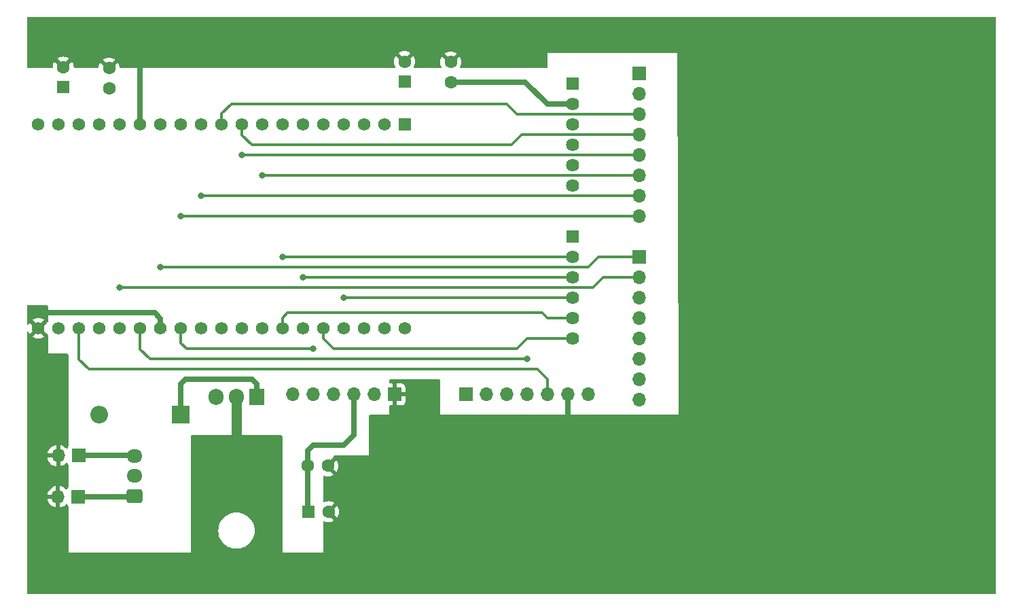
<source format=gbr>
%TF.GenerationSoftware,KiCad,Pcbnew,(6.0.5)*%
%TF.CreationDate,2022-11-30T16:24:04+01:00*%
%TF.ProjectId,Parametic VFO,50617261-6d65-4746-9963-2056464f2e6b,rev?*%
%TF.SameCoordinates,Original*%
%TF.FileFunction,Copper,L1,Top*%
%TF.FilePolarity,Positive*%
%FSLAX46Y46*%
G04 Gerber Fmt 4.6, Leading zero omitted, Abs format (unit mm)*
G04 Created by KiCad (PCBNEW (6.0.5)) date 2022-11-30 16:24:04*
%MOMM*%
%LPD*%
G01*
G04 APERTURE LIST*
G04 Aperture macros list*
%AMRoundRect*
0 Rectangle with rounded corners*
0 $1 Rounding radius*
0 $2 $3 $4 $5 $6 $7 $8 $9 X,Y pos of 4 corners*
0 Add a 4 corners polygon primitive as box body*
4,1,4,$2,$3,$4,$5,$6,$7,$8,$9,$2,$3,0*
0 Add four circle primitives for the rounded corners*
1,1,$1+$1,$2,$3*
1,1,$1+$1,$4,$5*
1,1,$1+$1,$6,$7*
1,1,$1+$1,$8,$9*
0 Add four rect primitives between the rounded corners*
20,1,$1+$1,$2,$3,$4,$5,0*
20,1,$1+$1,$4,$5,$6,$7,0*
20,1,$1+$1,$6,$7,$8,$9,0*
20,1,$1+$1,$8,$9,$2,$3,0*%
G04 Aperture macros list end*
%TA.AperFunction,ComponentPad*%
%ADD10RoundRect,0.250000X0.725000X-0.600000X0.725000X0.600000X-0.725000X0.600000X-0.725000X-0.600000X0*%
%TD*%
%TA.AperFunction,ComponentPad*%
%ADD11O,1.950000X1.700000*%
%TD*%
%TA.AperFunction,ComponentPad*%
%ADD12R,1.700000X1.700000*%
%TD*%
%TA.AperFunction,ComponentPad*%
%ADD13O,1.700000X1.700000*%
%TD*%
%TA.AperFunction,ComponentPad*%
%ADD14R,1.600000X1.600000*%
%TD*%
%TA.AperFunction,ComponentPad*%
%ADD15C,1.600000*%
%TD*%
%TA.AperFunction,ComponentPad*%
%ADD16R,1.625600X1.625600*%
%TD*%
%TA.AperFunction,ComponentPad*%
%ADD17C,1.625600*%
%TD*%
%TA.AperFunction,ComponentPad*%
%ADD18R,1.560000X1.560000*%
%TD*%
%TA.AperFunction,ComponentPad*%
%ADD19C,1.560000*%
%TD*%
%TA.AperFunction,ComponentPad*%
%ADD20R,1.905000X2.000000*%
%TD*%
%TA.AperFunction,ComponentPad*%
%ADD21O,1.905000X2.000000*%
%TD*%
%TA.AperFunction,ComponentPad*%
%ADD22R,2.200000X2.200000*%
%TD*%
%TA.AperFunction,ComponentPad*%
%ADD23O,2.200000X2.200000*%
%TD*%
%TA.AperFunction,ViaPad*%
%ADD24C,0.800000*%
%TD*%
%TA.AperFunction,Conductor*%
%ADD25C,0.304800*%
%TD*%
%TA.AperFunction,Conductor*%
%ADD26C,0.635000*%
%TD*%
%TA.AperFunction,Conductor*%
%ADD27C,1.270000*%
%TD*%
G04 APERTURE END LIST*
D10*
%TO.P,SW1,1,A*%
%TO.N,Net-(J5-Pad1)*%
X96520000Y-104734995D03*
D11*
%TO.P,SW1,2,B*%
%TO.N,Net-(D1-Pad2)*%
X96520000Y-102234995D03*
%TO.P,SW1,3,C*%
%TO.N,Net-(J6-Pad1)*%
X96520000Y-99734995D03*
%TD*%
D12*
%TO.P,J5,1,Pin_1*%
%TO.N,Net-(J5-Pad1)*%
X89515010Y-104799994D03*
D13*
%TO.P,J5,2,Pin_2*%
%TO.N,GND*%
X86975010Y-104799994D03*
%TD*%
D14*
%TO.P,C5,1*%
%TO.N,Net-(C1-Pad1)*%
X87630000Y-53811180D03*
D15*
%TO.P,C5,2*%
%TO.N,GND*%
X87630000Y-51311180D03*
%TD*%
D16*
%TO.P,J3,1,F_CS*%
%TO.N,unconnected-(J3-Pad1)*%
X151130000Y-72390000D03*
D17*
%TO.P,J3,2,LCD_RST*%
%TO.N,Net-(J3-Pad2)*%
X151130000Y-74930000D03*
%TO.P,J3,3,LCD_CS*%
%TO.N,Net-(J3-Pad3)*%
X151130000Y-77470000D03*
%TO.P,J3,4,LCD_RS*%
%TO.N,Net-(J3-Pad4)*%
X151130000Y-80010000D03*
%TO.P,J3,5,LCD_WR*%
%TO.N,Net-(J3-Pad5)*%
X151130000Y-82550000D03*
%TO.P,J3,6,LCD_RD*%
%TO.N,Net-(J3-Pad6)*%
X151130000Y-85090000D03*
%TD*%
D15*
%TO.P,C4,1*%
%TO.N,Net-(J4a1-Pad2)*%
X135940800Y-53167600D03*
%TO.P,C4,2*%
%TO.N,GND*%
X135940800Y-50667600D03*
%TD*%
D14*
%TO.P,C3,1*%
%TO.N,Net-(J4a1-Pad2)*%
X130175000Y-53099980D03*
D15*
%TO.P,C3,2*%
%TO.N,GND*%
X130175000Y-50599980D03*
%TD*%
D12*
%TO.P,J6,1,Pin_1*%
%TO.N,Net-(J6-Pad1)*%
X89535000Y-99695000D03*
D13*
%TO.P,J6,2,Pin_2*%
%TO.N,GND*%
X86995000Y-99695000D03*
%TD*%
D18*
%TO.P,U1,1,V_3v3*%
%TO.N,Net-(J4a1-Pad2)*%
X130250000Y-58420000D03*
D19*
%TO.P,U1,2,EN*%
%TO.N,unconnected-(U1-Pad2)*%
X127710000Y-58420000D03*
%TO.P,U1,3,SVP*%
%TO.N,unconnected-(U1-Pad3)*%
X125170000Y-58420000D03*
%TO.P,U1,4,SVN*%
%TO.N,unconnected-(U1-Pad4)*%
X122630000Y-58420000D03*
%TO.P,U1,5,IO34*%
%TO.N,unconnected-(U1-Pad5)*%
X120090000Y-58420000D03*
%TO.P,U1,6,IO35*%
%TO.N,Net-(J3-Pad3)*%
X117550000Y-58420000D03*
%TO.P,U1,7,IO32*%
%TO.N,Net-(J3-Pad2)*%
X115010000Y-58420000D03*
%TO.P,U1,8,IO33*%
%TO.N,unconnected-(U1-Pad8)*%
X112470000Y-58420000D03*
%TO.P,U1,9,IO25*%
%TO.N,Net-(J2-Pad4)*%
X109930000Y-58420000D03*
%TO.P,U1,10,IO26*%
%TO.N,Net-(J2-Pad3)*%
X107390000Y-58420000D03*
%TO.P,U1,11,IO27*%
%TO.N,Net-(J2-Pad7)*%
X104850000Y-58420000D03*
%TO.P,U1,12,IO14*%
%TO.N,Net-(J2-Pad8)*%
X102310000Y-58420000D03*
%TO.P,U1,13,IO12*%
%TO.N,Net-(J1a1-Pad1)*%
X99770000Y-58420000D03*
%TO.P,U1,14,GND*%
%TO.N,GND*%
X97230000Y-58420000D03*
%TO.P,U1,15,IO13*%
%TO.N,Net-(J1a1-Pad2)*%
X94690000Y-58420000D03*
%TO.P,U1,16,SD2*%
%TO.N,unconnected-(U1-Pad16)*%
X92150000Y-58420000D03*
%TO.P,U1,17,SD3*%
%TO.N,unconnected-(U1-Pad17)*%
X89610000Y-58420000D03*
%TO.P,U1,18,CMD*%
%TO.N,unconnected-(U1-Pad18)*%
X87070000Y-58420000D03*
%TO.P,U1,19,Vin_5V*%
%TO.N,Net-(C1-Pad1)*%
X84530000Y-58420000D03*
%TO.P,U1,20,FLASH_SCK*%
%TO.N,unconnected-(U1-Pad20)*%
X130250000Y-83820000D03*
%TO.P,U1,21,FLASH_D0*%
%TO.N,unconnected-(U1-Pad21)*%
X127710000Y-83820000D03*
%TO.P,U1,22,FLASH_D1*%
%TO.N,unconnected-(U1-Pad22)*%
X125170000Y-83820000D03*
%TO.P,U1,23,(adc2_3)IO15*%
%TO.N,Net-(J3-Pad4)*%
X122630000Y-83820000D03*
%TO.P,U1,24,(adc2_2)IO2*%
%TO.N,Net-(J3-Pad6)*%
X120090000Y-83820000D03*
%TO.P,U1,25,(adc2_1)IO0*%
%TO.N,unconnected-(U1-Pad25)*%
X117550000Y-83820000D03*
%TO.P,U1,26,(adc2_0)IO4*%
%TO.N,Net-(J3-Pad5)*%
X115010000Y-83820000D03*
%TO.P,U1,27,(rxd)IO16*%
%TO.N,Net-(J2-Pad6)*%
X112470000Y-83820000D03*
%TO.P,U1,28,(txd)IO17*%
%TO.N,Net-(J2-Pad5)*%
X109930000Y-83820000D03*
%TO.P,U1,29,(ss)IO5*%
%TO.N,unconnected-(U1-Pad29)*%
X107390000Y-83820000D03*
%TO.P,U1,30,(sck)IO18*%
%TO.N,Net-(J7-Pad6)*%
X104850000Y-83820000D03*
%TO.P,U1,31,(miso)IO19*%
%TO.N,Net-(J7-Pad5)*%
X102310000Y-83820000D03*
%TO.P,U1,32,GND*%
%TO.N,GND*%
X99770000Y-83820000D03*
%TO.P,U1,33,(sda)IO21*%
%TO.N,Net-(J8-Pad4)*%
X97230000Y-83820000D03*
%TO.P,U1,34,RX_D0*%
%TO.N,unconnected-(U1-Pad34)*%
X94690000Y-83820000D03*
%TO.P,U1,35,TX_D0*%
%TO.N,unconnected-(U1-Pad35)*%
X92150000Y-83820000D03*
%TO.P,U1,36,(scl)IO22*%
%TO.N,Net-(J8-Pad5)*%
X89610000Y-83820000D03*
%TO.P,U1,37,(mosi)IO23*%
%TO.N,unconnected-(U1-Pad37)*%
X87070000Y-83820000D03*
%TO.P,U1,38,GND*%
%TO.N,GND*%
X84530000Y-83820000D03*
%TD*%
D12*
%TO.P,J1a1,1,Pin_1*%
%TO.N,Net-(J1a1-Pad1)*%
X159385000Y-74945011D03*
D13*
%TO.P,J1a1,2,Pin_2*%
%TO.N,Net-(J1a1-Pad2)*%
X159385000Y-77485011D03*
%TO.P,J1a1,3,Pin_3*%
%TO.N,unconnected-(J1a1-Pad3)*%
X159385000Y-80025011D03*
%TO.P,J1a1,4,Pin_4*%
%TO.N,unconnected-(J1a1-Pad4)*%
X159385000Y-82565011D03*
%TO.P,J1a1,5,Pin_5*%
%TO.N,unconnected-(J1a1-Pad5)*%
X159385000Y-85105011D03*
%TO.P,J1a1,6,Pin_6*%
%TO.N,unconnected-(J1a1-Pad6)*%
X159385000Y-87645011D03*
%TO.P,J1a1,7,Pin_7*%
%TO.N,unconnected-(J1a1-Pad7)*%
X159385000Y-90185011D03*
%TO.P,J1a1,8,Pin_8*%
%TO.N,unconnected-(J1a1-Pad8)*%
X159385000Y-92725011D03*
%TD*%
D20*
%TO.P,U2,1,IN*%
%TO.N,Net-(D1-Pad1)*%
X111760000Y-92369996D03*
D21*
%TO.P,U2,2,GND*%
%TO.N,GND*%
X109220000Y-92369996D03*
%TO.P,U2,3,OUT*%
%TO.N,Net-(C1-Pad1)*%
X106680000Y-92369996D03*
%TD*%
D15*
%TO.P,C2,1*%
%TO.N,Net-(C1-Pad1)*%
X118110000Y-100965000D03*
%TO.P,C2,2*%
%TO.N,GND*%
X120610000Y-100965000D03*
%TD*%
D12*
%TO.P,J2,1,nc*%
%TO.N,unconnected-(J2-Pad1)*%
X159385000Y-52085000D03*
D13*
%TO.P,J2,2,nc*%
%TO.N,unconnected-(J2-Pad2)*%
X159385000Y-54625000D03*
%TO.P,J2,3,LCD_D2*%
%TO.N,Net-(J2-Pad3)*%
X159385000Y-57165000D03*
%TO.P,J2,4,LCD_D3*%
%TO.N,Net-(J2-Pad4)*%
X159385000Y-59705000D03*
%TO.P,J2,5,LCD_D4*%
%TO.N,Net-(J2-Pad5)*%
X159385000Y-62245000D03*
%TO.P,J2,6,LCD_D5*%
%TO.N,Net-(J2-Pad6)*%
X159385000Y-64785000D03*
%TO.P,J2,7,LCD_D6*%
%TO.N,Net-(J2-Pad7)*%
X159385000Y-67325000D03*
%TO.P,J2,8,LCD_D7*%
%TO.N,Net-(J2-Pad8)*%
X159385000Y-69865000D03*
%TD*%
D12*
%TO.P,J7,1,Pin_1*%
%TO.N,GND*%
X128905000Y-92075000D03*
D13*
%TO.P,J7,2,Pin_2*%
%TO.N,unconnected-(J7-Pad2)*%
X126365000Y-92075000D03*
%TO.P,J7,3,Pin_3*%
%TO.N,Net-(C1-Pad1)*%
X123825000Y-92075000D03*
%TO.P,J7,4,Pin_4*%
%TO.N,unconnected-(J7-Pad4)*%
X121285000Y-92075000D03*
%TO.P,J7,5,Pin_5*%
%TO.N,Net-(J7-Pad5)*%
X118745000Y-92075000D03*
%TO.P,J7,6,Pin_6*%
%TO.N,Net-(J7-Pad6)*%
X116205000Y-92075000D03*
%TD*%
D15*
%TO.P,C6,1*%
%TO.N,Net-(C1-Pad1)*%
X93345000Y-53924200D03*
%TO.P,C6,2*%
%TO.N,GND*%
X93345000Y-51424200D03*
%TD*%
D12*
%TO.P,J8,1,Pin_1*%
%TO.N,unconnected-(J8-Pad1)*%
X137815000Y-92050000D03*
D13*
%TO.P,J8,2,Pin_2*%
%TO.N,unconnected-(J8-Pad2)*%
X140355000Y-92050000D03*
%TO.P,J8,3,Pin_3*%
%TO.N,unconnected-(J8-Pad3)*%
X142895000Y-92050000D03*
%TO.P,J8,4,Pin_4*%
%TO.N,Net-(J8-Pad4)*%
X145435000Y-92050000D03*
%TO.P,J8,5,Pin_5*%
%TO.N,Net-(J8-Pad5)*%
X147975000Y-92050000D03*
%TO.P,J8,6,Pin_6*%
%TO.N,GND*%
X150515000Y-92050000D03*
%TO.P,J8,7,Pin_7*%
%TO.N,Net-(J4a1-Pad2)*%
X153055000Y-92050000D03*
%TD*%
D22*
%TO.P,D1,1,K*%
%TO.N,Net-(D1-Pad1)*%
X102235000Y-94615000D03*
D23*
%TO.P,D1,2,A*%
%TO.N,Net-(D1-Pad2)*%
X92075000Y-94615000D03*
%TD*%
D16*
%TO.P,J4a1,1,Pin_1*%
%TO.N,unconnected-(J4a1-Pad1)*%
X151130000Y-53340000D03*
D17*
%TO.P,J4a1,2,Pin_2*%
%TO.N,Net-(J4a1-Pad2)*%
X151130000Y-55880000D03*
%TO.P,J4a1,3,Pin_3*%
%TO.N,Net-(C1-Pad1)*%
X151130000Y-58420000D03*
%TO.P,J4a1,4,Pin_4*%
%TO.N,GND*%
X151130000Y-60960000D03*
%TO.P,J4a1,5,Pin_5*%
X151130000Y-63500000D03*
%TO.P,J4a1,6,Pin_6*%
%TO.N,unconnected-(J4a1-Pad6)*%
X151130000Y-66040000D03*
%TD*%
D14*
%TO.P,C1,1*%
%TO.N,Net-(C1-Pad1)*%
X118197621Y-106680000D03*
D15*
%TO.P,C1,2*%
%TO.N,GND*%
X120697621Y-106680000D03*
%TD*%
D24*
%TO.N,Net-(J2-Pad5)*%
X109855000Y-62230000D03*
%TO.N,Net-(J2-Pad6)*%
X112395489Y-64770489D03*
%TO.N,Net-(J1a1-Pad1)*%
X99695000Y-76200000D03*
%TO.N,Net-(J3-Pad2)*%
X114935000Y-74930000D03*
%TO.N,Net-(J3-Pad3)*%
X117475000Y-77470000D03*
%TO.N,Net-(J3-Pad4)*%
X122555000Y-80010000D03*
%TO.N,Net-(J1a1-Pad2)*%
X94615000Y-78740000D03*
%TO.N,Net-(J2-Pad7)*%
X104775000Y-67310000D03*
%TO.N,Net-(J2-Pad8)*%
X102235000Y-69850000D03*
%TO.N,Net-(J7-Pad5)*%
X118745000Y-86360000D03*
%TO.N,Net-(J8-Pad4)*%
X145415000Y-87630000D03*
%TD*%
D25*
%TO.N,Net-(J7-Pad5)*%
X103020000Y-86360000D02*
X118745000Y-86360000D01*
X102310000Y-85650000D02*
X103020000Y-86360000D01*
X102310000Y-83820000D02*
X102310000Y-85650000D01*
%TO.N,Net-(J8-Pad4)*%
X98425000Y-87630000D02*
X145415000Y-87630000D01*
X97230000Y-86435000D02*
X98425000Y-87630000D01*
X97230000Y-83820000D02*
X97230000Y-86435000D01*
%TO.N,Net-(J8-Pad5)*%
X90805000Y-88900000D02*
X146685000Y-88900000D01*
X89610000Y-87705000D02*
X90805000Y-88900000D01*
X146685000Y-88900000D02*
X147975000Y-90190000D01*
X89610000Y-83820000D02*
X89610000Y-87705000D01*
X147975000Y-90190000D02*
X147975000Y-92050000D01*
D26*
%TO.N,Net-(C1-Pad1)*%
X123825000Y-97155000D02*
X123825000Y-92075000D01*
X118110000Y-99060000D02*
X118745000Y-98425000D01*
X118110000Y-100965000D02*
X118110000Y-99060000D01*
X118110000Y-100965000D02*
X118110000Y-106592379D01*
X122555000Y-98425000D02*
X123825000Y-97155000D01*
X118745000Y-98425000D02*
X122555000Y-98425000D01*
%TO.N,GND*%
X135890000Y-46355000D02*
X135940800Y-46405800D01*
X150515000Y-92050000D02*
X150515000Y-97135000D01*
X99060000Y-81915000D02*
X84455000Y-81915000D01*
X99770000Y-82625000D02*
X99060000Y-81915000D01*
X150495000Y-97155000D02*
X150515000Y-97135000D01*
X97230000Y-58420000D02*
X97230000Y-50165000D01*
D27*
X109220000Y-92370000D02*
X109220000Y-99060000D01*
D26*
X99770000Y-83820000D02*
X99770000Y-82625000D01*
%TO.N,Net-(D1-Pad1)*%
X111125000Y-90170000D02*
X111760000Y-90805000D01*
X102235000Y-94615000D02*
X102235000Y-90805000D01*
X102870000Y-90170000D02*
X111125000Y-90170000D01*
X102235000Y-90805000D02*
X102870000Y-90170000D01*
X111760000Y-90805000D02*
X111760000Y-92369996D01*
%TO.N,Net-(J4a1-Pad2)*%
X135940800Y-53167600D02*
X145242600Y-53167600D01*
X145242600Y-53167600D02*
X147955000Y-55880000D01*
X147955000Y-55880000D02*
X151130000Y-55880000D01*
D25*
%TO.N,Net-(J2-Pad3)*%
X159385000Y-57165000D02*
X159369511Y-57149511D01*
X145415489Y-57149511D02*
X145415000Y-57150000D01*
X159369511Y-57149511D02*
X145415489Y-57149511D01*
X142875000Y-55880000D02*
X108585000Y-55880000D01*
X145415000Y-57150000D02*
X144145000Y-57150000D01*
X144145000Y-57150000D02*
X142875000Y-55880000D01*
X107390000Y-57075000D02*
X107390000Y-58420000D01*
X108585000Y-55880000D02*
X107390000Y-57075000D01*
%TO.N,Net-(J2-Pad4)*%
X159385000Y-59705000D02*
X159370489Y-59690489D01*
X109930000Y-59765000D02*
X109930000Y-58420000D01*
X159370489Y-59690489D02*
X145415489Y-59690489D01*
X144780000Y-59690000D02*
X143510000Y-60960000D01*
X143510000Y-60960000D02*
X111125000Y-60960000D01*
X145415000Y-59690000D02*
X144780000Y-59690000D01*
X111125000Y-60960000D02*
X109930000Y-59765000D01*
X145415489Y-59690489D02*
X145415000Y-59690000D01*
%TO.N,Net-(J2-Pad5)*%
X159385000Y-62245000D02*
X159370489Y-62230489D01*
X109855489Y-62230489D02*
X109855000Y-62230000D01*
X159370489Y-62230489D02*
X109855489Y-62230489D01*
%TO.N,Net-(J2-Pad6)*%
X159385000Y-64785000D02*
X159370489Y-64770489D01*
X159370489Y-64770489D02*
X112395489Y-64770489D01*
X112395000Y-64770000D02*
X112395489Y-64770489D01*
%TO.N,Net-(J1a1-Pad1)*%
X154955011Y-74945011D02*
X154940000Y-74930000D01*
X153035000Y-76200000D02*
X99695000Y-76200000D01*
X154305000Y-74930000D02*
X153035000Y-76200000D01*
X159385000Y-74945011D02*
X154955011Y-74945011D01*
X154940000Y-74930000D02*
X154305000Y-74930000D01*
%TO.N,Net-(J3-Pad2)*%
X151130000Y-74930000D02*
X114935000Y-74930000D01*
%TO.N,Net-(J3-Pad3)*%
X151130000Y-77470000D02*
X117475000Y-77470000D01*
%TO.N,Net-(J3-Pad4)*%
X151130000Y-80010000D02*
X122555000Y-80010000D01*
%TO.N,Net-(J3-Pad5)*%
X114935000Y-82550000D02*
X115570000Y-81915000D01*
X147955000Y-82550000D02*
X151130000Y-82550000D01*
X147320000Y-81915000D02*
X147955000Y-82550000D01*
X115570000Y-81915000D02*
X147320000Y-81915000D01*
X114935000Y-83745000D02*
X114935000Y-82550000D01*
X115010000Y-83820000D02*
X114935000Y-83745000D01*
%TO.N,Net-(J3-Pad6)*%
X120015000Y-85090000D02*
X121285000Y-86360000D01*
X145415000Y-85090000D02*
X151130000Y-85090000D01*
X144145000Y-86360000D02*
X145415000Y-85090000D01*
X120090000Y-83820000D02*
X120090000Y-85015000D01*
X120090000Y-85015000D02*
X120015000Y-85090000D01*
X121285000Y-86360000D02*
X144145000Y-86360000D01*
%TO.N,Net-(J1a1-Pad2)*%
X155575000Y-77470000D02*
X154940000Y-77470000D01*
X154940000Y-77470000D02*
X153670000Y-78740000D01*
X153670000Y-78740000D02*
X94615000Y-78740000D01*
X159385000Y-77485011D02*
X155590011Y-77485011D01*
X155590011Y-77485011D02*
X155575000Y-77470000D01*
%TO.N,Net-(J2-Pad7)*%
X159385000Y-67325000D02*
X104790000Y-67325000D01*
X104790000Y-67325000D02*
X104775000Y-67310000D01*
%TO.N,Net-(J2-Pad8)*%
X159385000Y-69865000D02*
X102250000Y-69865000D01*
X102250000Y-69865000D02*
X102235000Y-69850000D01*
D26*
%TO.N,Net-(J5-Pad1)*%
X89515010Y-104799994D02*
X96455001Y-104799994D01*
%TO.N,Net-(J6-Pad1)*%
X89535000Y-99695000D02*
X96479995Y-99695000D01*
%TD*%
%TA.AperFunction,Conductor*%
%TO.N,GND*%
G36*
X114877121Y-97175002D02*
G01*
X114923614Y-97228658D01*
X114935000Y-97281000D01*
X114935000Y-111760000D01*
X103505000Y-111760000D01*
X103505000Y-109029996D01*
X106956654Y-109029996D01*
X106976017Y-109325422D01*
X107033776Y-109615793D01*
X107128941Y-109896141D01*
X107259885Y-110161669D01*
X107424367Y-110407834D01*
X107427081Y-110410928D01*
X107427085Y-110410934D01*
X107616864Y-110627334D01*
X107619573Y-110630423D01*
X107622662Y-110633132D01*
X107839062Y-110822911D01*
X107839068Y-110822915D01*
X107842162Y-110825629D01*
X107845588Y-110827918D01*
X107845593Y-110827922D01*
X108029405Y-110950740D01*
X108088327Y-110990111D01*
X108092026Y-110991935D01*
X108092031Y-110991938D01*
X108228313Y-111059144D01*
X108353855Y-111121055D01*
X108357760Y-111122380D01*
X108357761Y-111122381D01*
X108630290Y-111214892D01*
X108630294Y-111214893D01*
X108634203Y-111216220D01*
X108638247Y-111217024D01*
X108638253Y-111217026D01*
X108920535Y-111273176D01*
X108920541Y-111273177D01*
X108924574Y-111273979D01*
X108928679Y-111274248D01*
X108928686Y-111274249D01*
X109215881Y-111293072D01*
X109220000Y-111293342D01*
X109224119Y-111293072D01*
X109511314Y-111274249D01*
X109511321Y-111274248D01*
X109515426Y-111273979D01*
X109519459Y-111273177D01*
X109519465Y-111273176D01*
X109801747Y-111217026D01*
X109801753Y-111217024D01*
X109805797Y-111216220D01*
X109809706Y-111214893D01*
X109809710Y-111214892D01*
X110082239Y-111122381D01*
X110082240Y-111122380D01*
X110086145Y-111121055D01*
X110211687Y-111059144D01*
X110347969Y-110991938D01*
X110347974Y-110991935D01*
X110351673Y-110990111D01*
X110410595Y-110950740D01*
X110594407Y-110827922D01*
X110594412Y-110827918D01*
X110597838Y-110825629D01*
X110600932Y-110822915D01*
X110600938Y-110822911D01*
X110817338Y-110633132D01*
X110820427Y-110630423D01*
X110823136Y-110627334D01*
X111012915Y-110410934D01*
X111012919Y-110410928D01*
X111015633Y-110407834D01*
X111180115Y-110161669D01*
X111311059Y-109896141D01*
X111406224Y-109615793D01*
X111463983Y-109325422D01*
X111483346Y-109029996D01*
X111463983Y-108734570D01*
X111406224Y-108444199D01*
X111311059Y-108163851D01*
X111180115Y-107898323D01*
X111015633Y-107652158D01*
X111012919Y-107649064D01*
X111012915Y-107649058D01*
X110823136Y-107432658D01*
X110820427Y-107429569D01*
X110817338Y-107426860D01*
X110600938Y-107237081D01*
X110600932Y-107237077D01*
X110597838Y-107234363D01*
X110594412Y-107232074D01*
X110594407Y-107232070D01*
X110355106Y-107072175D01*
X110351673Y-107069881D01*
X110347974Y-107068057D01*
X110347969Y-107068054D01*
X110211687Y-107000848D01*
X110086145Y-106938937D01*
X110082239Y-106937611D01*
X109809710Y-106845100D01*
X109809706Y-106845099D01*
X109805797Y-106843772D01*
X109801753Y-106842968D01*
X109801747Y-106842966D01*
X109519465Y-106786816D01*
X109519459Y-106786815D01*
X109515426Y-106786013D01*
X109511321Y-106785744D01*
X109511314Y-106785743D01*
X109224119Y-106766920D01*
X109220000Y-106766650D01*
X109215881Y-106766920D01*
X108928686Y-106785743D01*
X108928679Y-106785744D01*
X108924574Y-106786013D01*
X108920541Y-106786815D01*
X108920535Y-106786816D01*
X108638253Y-106842966D01*
X108638247Y-106842968D01*
X108634203Y-106843772D01*
X108630294Y-106845099D01*
X108630290Y-106845100D01*
X108357761Y-106937611D01*
X108353855Y-106938937D01*
X108228313Y-107000848D01*
X108092031Y-107068054D01*
X108092026Y-107068057D01*
X108088327Y-107069881D01*
X108084894Y-107072175D01*
X107845593Y-107232070D01*
X107845588Y-107232074D01*
X107842162Y-107234363D01*
X107839068Y-107237077D01*
X107839062Y-107237081D01*
X107622662Y-107426860D01*
X107619573Y-107429569D01*
X107616864Y-107432658D01*
X107427085Y-107649058D01*
X107427081Y-107649064D01*
X107424367Y-107652158D01*
X107259885Y-107898323D01*
X107128941Y-108163851D01*
X107033776Y-108444199D01*
X106976017Y-108734570D01*
X106956654Y-109029996D01*
X103505000Y-109029996D01*
X103505000Y-97281000D01*
X103525002Y-97212879D01*
X103578658Y-97166386D01*
X103631000Y-97155000D01*
X114809000Y-97155000D01*
X114877121Y-97175002D01*
G37*
%TD.AperFunction*%
%TD*%
%TA.AperFunction,Conductor*%
%TO.N,GND*%
G36*
X131777419Y-90166084D02*
G01*
X134494174Y-90169827D01*
X134562267Y-90189923D01*
X134608686Y-90243643D01*
X134620000Y-90295827D01*
X134620000Y-94615000D01*
X165100000Y-94615000D01*
X165100000Y-112395000D01*
X120015000Y-112395000D01*
X120015000Y-108002687D01*
X120035002Y-107934566D01*
X120088658Y-107888073D01*
X120158932Y-107877969D01*
X120194251Y-107888493D01*
X120243563Y-107911488D01*
X120253860Y-107915236D01*
X120464309Y-107971625D01*
X120475102Y-107973528D01*
X120692146Y-107992517D01*
X120703096Y-107992517D01*
X120920140Y-107973528D01*
X120930933Y-107971625D01*
X121141382Y-107915236D01*
X121151674Y-107911490D01*
X121349132Y-107819414D01*
X121358627Y-107813931D01*
X121410669Y-107777491D01*
X121419045Y-107767012D01*
X121411977Y-107753566D01*
X120427506Y-106769095D01*
X120393480Y-106706783D01*
X120395315Y-106681132D01*
X121062029Y-106681132D01*
X121062160Y-106682965D01*
X121066411Y-106689580D01*
X121771908Y-107395077D01*
X121783683Y-107401507D01*
X121795698Y-107392211D01*
X121831552Y-107341006D01*
X121837035Y-107331511D01*
X121929111Y-107134053D01*
X121932857Y-107123761D01*
X121989246Y-106913312D01*
X121991149Y-106902519D01*
X122010138Y-106685475D01*
X122010138Y-106674525D01*
X121991149Y-106457481D01*
X121989246Y-106446688D01*
X121932857Y-106236239D01*
X121929111Y-106225947D01*
X121837035Y-106028489D01*
X121831552Y-106018994D01*
X121795112Y-105966952D01*
X121784633Y-105958576D01*
X121771187Y-105965644D01*
X121069643Y-106667188D01*
X121062029Y-106681132D01*
X120395315Y-106681132D01*
X120398545Y-106635968D01*
X120427506Y-106590905D01*
X121412698Y-105605713D01*
X121419128Y-105593938D01*
X121409832Y-105581923D01*
X121358627Y-105546069D01*
X121349132Y-105540586D01*
X121151674Y-105448510D01*
X121141382Y-105444764D01*
X120930933Y-105388375D01*
X120920140Y-105386472D01*
X120703096Y-105367483D01*
X120692146Y-105367483D01*
X120475102Y-105386472D01*
X120464309Y-105388375D01*
X120253860Y-105444764D01*
X120243563Y-105448512D01*
X120194251Y-105471507D01*
X120124059Y-105482169D01*
X120059246Y-105453190D01*
X120020390Y-105393770D01*
X120015000Y-105357313D01*
X120015000Y-102323918D01*
X120035002Y-102255797D01*
X120088658Y-102209304D01*
X120158932Y-102199200D01*
X120173611Y-102202211D01*
X120376688Y-102256625D01*
X120387481Y-102258528D01*
X120604525Y-102277517D01*
X120615475Y-102277517D01*
X120832519Y-102258528D01*
X120843312Y-102256625D01*
X121053761Y-102200236D01*
X121064053Y-102196490D01*
X121261511Y-102104414D01*
X121271006Y-102098931D01*
X121323048Y-102062491D01*
X121331424Y-102052012D01*
X121324356Y-102038566D01*
X120339885Y-101054095D01*
X120305859Y-100991783D01*
X120307694Y-100966132D01*
X120974408Y-100966132D01*
X120974539Y-100967965D01*
X120978790Y-100974580D01*
X121684287Y-101680077D01*
X121696062Y-101686507D01*
X121708077Y-101677211D01*
X121743931Y-101626006D01*
X121749414Y-101616511D01*
X121841490Y-101419053D01*
X121845236Y-101408761D01*
X121901625Y-101198312D01*
X121903528Y-101187519D01*
X121922517Y-100970475D01*
X121922517Y-100959525D01*
X121903528Y-100742481D01*
X121901625Y-100731688D01*
X121845236Y-100521239D01*
X121841490Y-100510947D01*
X121749414Y-100313489D01*
X121743931Y-100303994D01*
X121707491Y-100251952D01*
X121697012Y-100243576D01*
X121683566Y-100250644D01*
X120982022Y-100952188D01*
X120974408Y-100966132D01*
X120307694Y-100966132D01*
X120310924Y-100920968D01*
X120339885Y-100875905D01*
X121325077Y-99890713D01*
X121332691Y-99876769D01*
X121331506Y-99860200D01*
X121320468Y-99831981D01*
X121334458Y-99762376D01*
X121383857Y-99711384D01*
X121445989Y-99695000D01*
X125730000Y-99695000D01*
X125730000Y-94741000D01*
X125750002Y-94672879D01*
X125803658Y-94626386D01*
X125856000Y-94615000D01*
X128270000Y-94615000D01*
X128269953Y-94601308D01*
X128268342Y-94137583D01*
X128266334Y-93559436D01*
X128286098Y-93491248D01*
X128339592Y-93444569D01*
X128392332Y-93433000D01*
X128632885Y-93433000D01*
X128648124Y-93428525D01*
X128649329Y-93427135D01*
X128651000Y-93419452D01*
X128651000Y-93414884D01*
X129159000Y-93414884D01*
X129163475Y-93430123D01*
X129164865Y-93431328D01*
X129172548Y-93432999D01*
X129799669Y-93432999D01*
X129806490Y-93432629D01*
X129857352Y-93427105D01*
X129872604Y-93423479D01*
X129993054Y-93378324D01*
X130008649Y-93369786D01*
X130110724Y-93293285D01*
X130123285Y-93280724D01*
X130199786Y-93178649D01*
X130208324Y-93163054D01*
X130253478Y-93042606D01*
X130257105Y-93027351D01*
X130262631Y-92976486D01*
X130263000Y-92969672D01*
X130263000Y-92347115D01*
X130258525Y-92331876D01*
X130257135Y-92330671D01*
X130249452Y-92329000D01*
X129177115Y-92329000D01*
X129161876Y-92333475D01*
X129160671Y-92334865D01*
X129159000Y-92342548D01*
X129159000Y-93414884D01*
X128651000Y-93414884D01*
X128651000Y-91802885D01*
X129159000Y-91802885D01*
X129163475Y-91818124D01*
X129164865Y-91819329D01*
X129172548Y-91821000D01*
X130244884Y-91821000D01*
X130260123Y-91816525D01*
X130261328Y-91815135D01*
X130262999Y-91807452D01*
X130262999Y-91180331D01*
X130262629Y-91173510D01*
X130257105Y-91122648D01*
X130253479Y-91107396D01*
X130208324Y-90986946D01*
X130199786Y-90971351D01*
X130123285Y-90869276D01*
X130110724Y-90856715D01*
X130008649Y-90780214D01*
X129993054Y-90771676D01*
X129872606Y-90726522D01*
X129857351Y-90722895D01*
X129806486Y-90717369D01*
X129799672Y-90717000D01*
X129177115Y-90717000D01*
X129161876Y-90721475D01*
X129160671Y-90722865D01*
X129159000Y-90730548D01*
X129159000Y-91802885D01*
X128651000Y-91802885D01*
X128651000Y-90735116D01*
X128646525Y-90719877D01*
X128645135Y-90718672D01*
X128637452Y-90717001D01*
X128382023Y-90717001D01*
X128313902Y-90696999D01*
X128267409Y-90643343D01*
X128256024Y-90591438D01*
X128254970Y-90287842D01*
X128274735Y-90219653D01*
X128328229Y-90172974D01*
X128381141Y-90161405D01*
X131777419Y-90166084D01*
G37*
%TD.AperFunction*%
%TD*%
%TA.AperFunction,Conductor*%
%TO.N,GND*%
G36*
X203911500Y-116790500D02*
G01*
X203891498Y-116858621D01*
X203837842Y-116905114D01*
X203785500Y-116916500D01*
X83234500Y-116916500D01*
X83166379Y-116896498D01*
X83119886Y-116842842D01*
X83108500Y-116790500D01*
X83108500Y-111760000D01*
X203911500Y-111760000D01*
X203911500Y-116790500D01*
G37*
%TD.AperFunction*%
%TD*%
%TA.AperFunction,Conductor*%
%TO.N,GND*%
G36*
X203853621Y-45028502D02*
G01*
X203900114Y-45082158D01*
X203911500Y-45134500D01*
X203911500Y-116790500D01*
X203891498Y-116858621D01*
X203837842Y-116905114D01*
X203785500Y-116916500D01*
X164462432Y-116916500D01*
X164438727Y-111760000D01*
X164152644Y-49530000D01*
X147955000Y-49530000D01*
X147955000Y-51309000D01*
X147934998Y-51377121D01*
X147881342Y-51423614D01*
X147829000Y-51435000D01*
X137223954Y-51435000D01*
X137155833Y-51414998D01*
X137109340Y-51361342D01*
X137099236Y-51291068D01*
X137109759Y-51255750D01*
X137172290Y-51121653D01*
X137176036Y-51111361D01*
X137232425Y-50900912D01*
X137234328Y-50890119D01*
X137253317Y-50673075D01*
X137253317Y-50662125D01*
X137234328Y-50445081D01*
X137232425Y-50434288D01*
X137176036Y-50223839D01*
X137172290Y-50213547D01*
X137080214Y-50016089D01*
X137074731Y-50006594D01*
X137038291Y-49954552D01*
X137027812Y-49946176D01*
X137014366Y-49953244D01*
X136029895Y-50937715D01*
X135967583Y-50971741D01*
X135896768Y-50966676D01*
X135851705Y-50937715D01*
X134866513Y-49952523D01*
X134854738Y-49946093D01*
X134842723Y-49955389D01*
X134806869Y-50006594D01*
X134801386Y-50016089D01*
X134709310Y-50213547D01*
X134705564Y-50223839D01*
X134649175Y-50434288D01*
X134647272Y-50445081D01*
X134628283Y-50662125D01*
X134628283Y-50673075D01*
X134647272Y-50890119D01*
X134649175Y-50900912D01*
X134705564Y-51111361D01*
X134709310Y-51121653D01*
X134771841Y-51255750D01*
X134782502Y-51325941D01*
X134753522Y-51390754D01*
X134694103Y-51429611D01*
X134657646Y-51435000D01*
X131426622Y-51435000D01*
X131358501Y-51414998D01*
X131312008Y-51361342D01*
X131301904Y-51291068D01*
X131312427Y-51255750D01*
X131406490Y-51054033D01*
X131410236Y-51043741D01*
X131466625Y-50833292D01*
X131468528Y-50822499D01*
X131487517Y-50605455D01*
X131487517Y-50594505D01*
X131468528Y-50377461D01*
X131466625Y-50366668D01*
X131410236Y-50156219D01*
X131406490Y-50145927D01*
X131314414Y-49948469D01*
X131308931Y-49938974D01*
X131272491Y-49886932D01*
X131262012Y-49878556D01*
X131248566Y-49885624D01*
X130264095Y-50870095D01*
X130201783Y-50904121D01*
X130130968Y-50899056D01*
X130085905Y-50870095D01*
X129100713Y-49884903D01*
X129088938Y-49878473D01*
X129076923Y-49887769D01*
X129041069Y-49938974D01*
X129035586Y-49948469D01*
X128943510Y-50145927D01*
X128939764Y-50156219D01*
X128883375Y-50366668D01*
X128881472Y-50377461D01*
X128862483Y-50594505D01*
X128862483Y-50605455D01*
X128881472Y-50822499D01*
X128883375Y-50833292D01*
X128939764Y-51043741D01*
X128943510Y-51054033D01*
X129037573Y-51255750D01*
X129048234Y-51325941D01*
X129019254Y-51390754D01*
X128959835Y-51429611D01*
X128923378Y-51435000D01*
X94774399Y-51435000D01*
X94706278Y-51414998D01*
X94659785Y-51361342D01*
X94648878Y-51319981D01*
X94638528Y-51201680D01*
X94636625Y-51190888D01*
X94580236Y-50980439D01*
X94576490Y-50970147D01*
X94484414Y-50772689D01*
X94478931Y-50763194D01*
X94442491Y-50711152D01*
X94432012Y-50702776D01*
X94418566Y-50709844D01*
X93693410Y-51435000D01*
X92996590Y-51435000D01*
X92270713Y-50709123D01*
X92258938Y-50702693D01*
X92246923Y-50711989D01*
X92211069Y-50763194D01*
X92205586Y-50772689D01*
X92113510Y-50970147D01*
X92109764Y-50980439D01*
X92053375Y-51190888D01*
X92051472Y-51201680D01*
X92041122Y-51319981D01*
X92015259Y-51386100D01*
X91957755Y-51427739D01*
X91915601Y-51435000D01*
X89068517Y-51435000D01*
X89000396Y-51414998D01*
X88953903Y-51361342D01*
X88942517Y-51309000D01*
X88942517Y-51305705D01*
X88923528Y-51088661D01*
X88921625Y-51077868D01*
X88865236Y-50867419D01*
X88861490Y-50857127D01*
X88769414Y-50659669D01*
X88763931Y-50650174D01*
X88727491Y-50598132D01*
X88717012Y-50589756D01*
X88703566Y-50596824D01*
X87865390Y-51435000D01*
X87394610Y-51435000D01*
X86555713Y-50596103D01*
X86543938Y-50589673D01*
X86531923Y-50598969D01*
X86496069Y-50650174D01*
X86490586Y-50659669D01*
X86398510Y-50857127D01*
X86394764Y-50867419D01*
X86338375Y-51077868D01*
X86336472Y-51088661D01*
X86317483Y-51305705D01*
X86317483Y-51309000D01*
X86317072Y-51310398D01*
X86317004Y-51311180D01*
X86316847Y-51311166D01*
X86297481Y-51377121D01*
X86243825Y-51423614D01*
X86191483Y-51435000D01*
X83234500Y-51435000D01*
X83166379Y-51414998D01*
X83119886Y-51361342D01*
X83108500Y-51309000D01*
X83108500Y-50224168D01*
X86908576Y-50224168D01*
X86915644Y-50237614D01*
X87617188Y-50939158D01*
X87631132Y-50946772D01*
X87632965Y-50946641D01*
X87639580Y-50942390D01*
X88244782Y-50337188D01*
X92623576Y-50337188D01*
X92630644Y-50350634D01*
X93332188Y-51052178D01*
X93346132Y-51059792D01*
X93347965Y-51059661D01*
X93354580Y-51055410D01*
X94060077Y-50349913D01*
X94066507Y-50338138D01*
X94057211Y-50326123D01*
X94006006Y-50290269D01*
X93996511Y-50284786D01*
X93799053Y-50192710D01*
X93788761Y-50188964D01*
X93578312Y-50132575D01*
X93567519Y-50130672D01*
X93350475Y-50111683D01*
X93339525Y-50111683D01*
X93122481Y-50130672D01*
X93111688Y-50132575D01*
X92901239Y-50188964D01*
X92890947Y-50192710D01*
X92693489Y-50284786D01*
X92683994Y-50290269D01*
X92631952Y-50326709D01*
X92623576Y-50337188D01*
X88244782Y-50337188D01*
X88345077Y-50236893D01*
X88351507Y-50225118D01*
X88342211Y-50213103D01*
X88291006Y-50177249D01*
X88281511Y-50171766D01*
X88084053Y-50079690D01*
X88073761Y-50075944D01*
X87863312Y-50019555D01*
X87852519Y-50017652D01*
X87635475Y-49998663D01*
X87624525Y-49998663D01*
X87407481Y-50017652D01*
X87396688Y-50019555D01*
X87186239Y-50075944D01*
X87175947Y-50079690D01*
X86978489Y-50171766D01*
X86968994Y-50177249D01*
X86916952Y-50213689D01*
X86908576Y-50224168D01*
X83108500Y-50224168D01*
X83108500Y-49512968D01*
X129453576Y-49512968D01*
X129460644Y-49526414D01*
X130162188Y-50227958D01*
X130176132Y-50235572D01*
X130177965Y-50235441D01*
X130184580Y-50231190D01*
X130835182Y-49580588D01*
X135219376Y-49580588D01*
X135226444Y-49594034D01*
X135927988Y-50295578D01*
X135941932Y-50303192D01*
X135943765Y-50303061D01*
X135950380Y-50298810D01*
X136655877Y-49593313D01*
X136662307Y-49581538D01*
X136653011Y-49569523D01*
X136601806Y-49533669D01*
X136592311Y-49528186D01*
X136394853Y-49436110D01*
X136384561Y-49432364D01*
X136174112Y-49375975D01*
X136163319Y-49374072D01*
X135946275Y-49355083D01*
X135935325Y-49355083D01*
X135718281Y-49374072D01*
X135707488Y-49375975D01*
X135497039Y-49432364D01*
X135486747Y-49436110D01*
X135289289Y-49528186D01*
X135279794Y-49533669D01*
X135227752Y-49570109D01*
X135219376Y-49580588D01*
X130835182Y-49580588D01*
X130890077Y-49525693D01*
X130896507Y-49513918D01*
X130887211Y-49501903D01*
X130836006Y-49466049D01*
X130826511Y-49460566D01*
X130629053Y-49368490D01*
X130618761Y-49364744D01*
X130408312Y-49308355D01*
X130397519Y-49306452D01*
X130180475Y-49287463D01*
X130169525Y-49287463D01*
X129952481Y-49306452D01*
X129941688Y-49308355D01*
X129731239Y-49364744D01*
X129720947Y-49368490D01*
X129523489Y-49460566D01*
X129513994Y-49466049D01*
X129461952Y-49502489D01*
X129453576Y-49512968D01*
X83108500Y-49512968D01*
X83108500Y-45134500D01*
X83128502Y-45066379D01*
X83182158Y-45019886D01*
X83234500Y-45008500D01*
X203785500Y-45008500D01*
X203853621Y-45028502D01*
G37*
%TD.AperFunction*%
%TD*%
%TA.AperFunction,Conductor*%
%TO.N,GND*%
G36*
X88207121Y-87015002D02*
G01*
X88253614Y-87068658D01*
X88265000Y-87121000D01*
X88265000Y-98515469D01*
X88244998Y-98583590D01*
X88239827Y-98591033D01*
X88239767Y-98591113D01*
X88239765Y-98591116D01*
X88234385Y-98598295D01*
X88231235Y-98606698D01*
X88189722Y-98717433D01*
X88147081Y-98774198D01*
X88080519Y-98798898D01*
X88011170Y-98783691D01*
X87978546Y-98758004D01*
X87927799Y-98702234D01*
X87920273Y-98695215D01*
X87753139Y-98563222D01*
X87744552Y-98557517D01*
X87558117Y-98454599D01*
X87548705Y-98450369D01*
X87347959Y-98379280D01*
X87337988Y-98376646D01*
X87266837Y-98363972D01*
X87253540Y-98365432D01*
X87249000Y-98379989D01*
X87249000Y-101013517D01*
X87253064Y-101027359D01*
X87266478Y-101029393D01*
X87273184Y-101028534D01*
X87283262Y-101026392D01*
X87487255Y-100965191D01*
X87496842Y-100961433D01*
X87688095Y-100867739D01*
X87696945Y-100862464D01*
X87870328Y-100738792D01*
X87878193Y-100732145D01*
X87982897Y-100627805D01*
X88045268Y-100593889D01*
X88116075Y-100599077D01*
X88172837Y-100641723D01*
X88189819Y-100672826D01*
X88234385Y-100791705D01*
X88239765Y-100798884D01*
X88239767Y-100798887D01*
X88239827Y-100798967D01*
X88239862Y-100799060D01*
X88244079Y-100806763D01*
X88242967Y-100807372D01*
X88264674Y-100865473D01*
X88265000Y-100874531D01*
X88265000Y-103593792D01*
X88244998Y-103661913D01*
X88239840Y-103669338D01*
X88214395Y-103703289D01*
X88211243Y-103711698D01*
X88211242Y-103711699D01*
X88169732Y-103822427D01*
X88127091Y-103879192D01*
X88060529Y-103903892D01*
X87991180Y-103888685D01*
X87958556Y-103862998D01*
X87907809Y-103807228D01*
X87900283Y-103800209D01*
X87733149Y-103668216D01*
X87724562Y-103662511D01*
X87538127Y-103559593D01*
X87528715Y-103555363D01*
X87327969Y-103484274D01*
X87317998Y-103481640D01*
X87246847Y-103468966D01*
X87233550Y-103470426D01*
X87229010Y-103484983D01*
X87229010Y-106118511D01*
X87233074Y-106132353D01*
X87246488Y-106134387D01*
X87253194Y-106133528D01*
X87263272Y-106131386D01*
X87467265Y-106070185D01*
X87476852Y-106066427D01*
X87668105Y-105972733D01*
X87676955Y-105967458D01*
X87850338Y-105843786D01*
X87858203Y-105837139D01*
X87962907Y-105732799D01*
X88025278Y-105698883D01*
X88096085Y-105704071D01*
X88152847Y-105746717D01*
X88169829Y-105777820D01*
X88214395Y-105896699D01*
X88239827Y-105930633D01*
X88264674Y-105997137D01*
X88265000Y-106006196D01*
X88265000Y-112395000D01*
X83108500Y-112395000D01*
X83108500Y-105067960D01*
X85643267Y-105067960D01*
X85673575Y-105202440D01*
X85676655Y-105212269D01*
X85756780Y-105409597D01*
X85761423Y-105418788D01*
X85872704Y-105600382D01*
X85878787Y-105608693D01*
X86018223Y-105769661D01*
X86025590Y-105776877D01*
X86189444Y-105912910D01*
X86197891Y-105918825D01*
X86381766Y-106026273D01*
X86391052Y-106030723D01*
X86590011Y-106106697D01*
X86599909Y-106109573D01*
X86703260Y-106130600D01*
X86717309Y-106129404D01*
X86721010Y-106119059D01*
X86721010Y-105072109D01*
X86716535Y-105056870D01*
X86715145Y-105055665D01*
X86707462Y-105053994D01*
X85658235Y-105053994D01*
X85644704Y-105057967D01*
X85643267Y-105067960D01*
X83108500Y-105067960D01*
X83108500Y-104534177D01*
X85639399Y-104534177D01*
X85640922Y-104542601D01*
X85653302Y-104545994D01*
X86702895Y-104545994D01*
X86718134Y-104541519D01*
X86719339Y-104540129D01*
X86721010Y-104532446D01*
X86721010Y-103483096D01*
X86717092Y-103469752D01*
X86702816Y-103467765D01*
X86664334Y-103473654D01*
X86654298Y-103476045D01*
X86451878Y-103542206D01*
X86442369Y-103546203D01*
X86253473Y-103644536D01*
X86244748Y-103650030D01*
X86074443Y-103777899D01*
X86066736Y-103784742D01*
X85919600Y-103938711D01*
X85913114Y-103946721D01*
X85793108Y-104122643D01*
X85788010Y-104131617D01*
X85698348Y-104324777D01*
X85694785Y-104334464D01*
X85639399Y-104534177D01*
X83108500Y-104534177D01*
X83108500Y-99962966D01*
X85663257Y-99962966D01*
X85693565Y-100097446D01*
X85696645Y-100107275D01*
X85776770Y-100304603D01*
X85781413Y-100313794D01*
X85892694Y-100495388D01*
X85898777Y-100503699D01*
X86038213Y-100664667D01*
X86045580Y-100671883D01*
X86209434Y-100807916D01*
X86217881Y-100813831D01*
X86401756Y-100921279D01*
X86411042Y-100925729D01*
X86610001Y-101001703D01*
X86619899Y-101004579D01*
X86723250Y-101025606D01*
X86737299Y-101024410D01*
X86741000Y-101014065D01*
X86741000Y-99967115D01*
X86736525Y-99951876D01*
X86735135Y-99950671D01*
X86727452Y-99949000D01*
X85678225Y-99949000D01*
X85664694Y-99952973D01*
X85663257Y-99962966D01*
X83108500Y-99962966D01*
X83108500Y-99429183D01*
X85659389Y-99429183D01*
X85660912Y-99437607D01*
X85673292Y-99441000D01*
X86722885Y-99441000D01*
X86738124Y-99436525D01*
X86739329Y-99435135D01*
X86741000Y-99427452D01*
X86741000Y-98378102D01*
X86737082Y-98364758D01*
X86722806Y-98362771D01*
X86684324Y-98368660D01*
X86674288Y-98371051D01*
X86471868Y-98437212D01*
X86462359Y-98441209D01*
X86273463Y-98539542D01*
X86264738Y-98545036D01*
X86094433Y-98672905D01*
X86086726Y-98679748D01*
X85939590Y-98833717D01*
X85933104Y-98841727D01*
X85813098Y-99017649D01*
X85808000Y-99026623D01*
X85718338Y-99219783D01*
X85714775Y-99229470D01*
X85659389Y-99429183D01*
X83108500Y-99429183D01*
X83108500Y-86995000D01*
X88139000Y-86995000D01*
X88207121Y-87015002D01*
G37*
%TD.AperFunction*%
%TD*%
%TA.AperFunction,Conductor*%
%TO.N,GND*%
G36*
X85667121Y-80982502D02*
G01*
X85713614Y-81036158D01*
X85725000Y-81088500D01*
X85725000Y-82984542D01*
X85704998Y-83052663D01*
X85651342Y-83099156D01*
X85618669Y-83104517D01*
X85589206Y-83120004D01*
X84902022Y-83807188D01*
X84894408Y-83821132D01*
X84894539Y-83822965D01*
X84898790Y-83829580D01*
X85589927Y-84520717D01*
X85616067Y-84534991D01*
X85659386Y-84544415D01*
X85709588Y-84594617D01*
X85725000Y-84655002D01*
X85725000Y-87630000D01*
X83108500Y-87630000D01*
X83108500Y-84891702D01*
X83822853Y-84891702D01*
X83832149Y-84903717D01*
X83879032Y-84936545D01*
X83888527Y-84942028D01*
X84082810Y-85032622D01*
X84093106Y-85036370D01*
X84300177Y-85091855D01*
X84310964Y-85093757D01*
X84524525Y-85112441D01*
X84535475Y-85112441D01*
X84749036Y-85093757D01*
X84759823Y-85091855D01*
X84966894Y-85036370D01*
X84977190Y-85032622D01*
X85171473Y-84942028D01*
X85180968Y-84936545D01*
X85228689Y-84903130D01*
X85237064Y-84892653D01*
X85229996Y-84879206D01*
X84542812Y-84192022D01*
X84528868Y-84184408D01*
X84527035Y-84184539D01*
X84520420Y-84188790D01*
X83829283Y-84879927D01*
X83822853Y-84891702D01*
X83108500Y-84891702D01*
X83108500Y-84387601D01*
X83128502Y-84319480D01*
X83182158Y-84272987D01*
X83252432Y-84262883D01*
X83317012Y-84292377D01*
X83348695Y-84334351D01*
X83407972Y-84461473D01*
X83413455Y-84470968D01*
X83446870Y-84518689D01*
X83457347Y-84527064D01*
X83470794Y-84519996D01*
X84157978Y-83832812D01*
X84165592Y-83818868D01*
X84165461Y-83817035D01*
X84161210Y-83810420D01*
X83470073Y-83119283D01*
X83458298Y-83112853D01*
X83446283Y-83122149D01*
X83413455Y-83169032D01*
X83407972Y-83178527D01*
X83348695Y-83305649D01*
X83301778Y-83358934D01*
X83233501Y-83378395D01*
X83165541Y-83357853D01*
X83119475Y-83303831D01*
X83108500Y-83252399D01*
X83108500Y-82747347D01*
X83822936Y-82747347D01*
X83830004Y-82760794D01*
X84517188Y-83447978D01*
X84531132Y-83455592D01*
X84532965Y-83455461D01*
X84539580Y-83451210D01*
X85230717Y-82760073D01*
X85237147Y-82748298D01*
X85227851Y-82736283D01*
X85180968Y-82703455D01*
X85171473Y-82697972D01*
X84977190Y-82607378D01*
X84966894Y-82603630D01*
X84759823Y-82548145D01*
X84749036Y-82546243D01*
X84535475Y-82527559D01*
X84524525Y-82527559D01*
X84310964Y-82546243D01*
X84300177Y-82548145D01*
X84093106Y-82603630D01*
X84082810Y-82607378D01*
X83888527Y-82697972D01*
X83879032Y-82703455D01*
X83831311Y-82736870D01*
X83822936Y-82747347D01*
X83108500Y-82747347D01*
X83108500Y-81088500D01*
X83128502Y-81020379D01*
X83182158Y-80973886D01*
X83234500Y-80962500D01*
X85599000Y-80962500D01*
X85667121Y-80982502D01*
G37*
%TD.AperFunction*%
%TD*%
M02*

</source>
